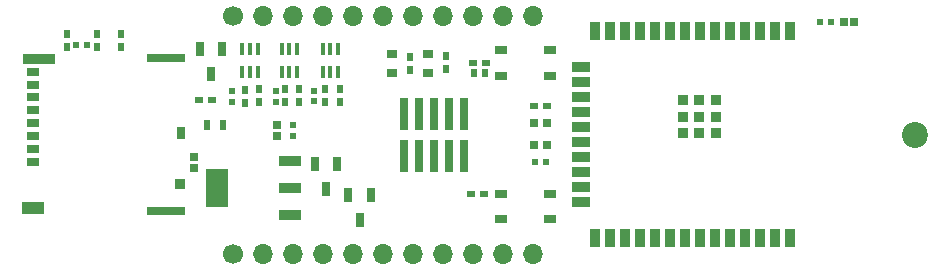
<source format=gbr>
%TF.GenerationSoftware,KiCad,Pcbnew,(6.0.8)*%
%TF.CreationDate,2023-01-02T13:08:22-05:00*%
%TF.ProjectId,WiFi-Devboard-Pro,57694669-2d44-4657-9662-6f6172642d50,rev?*%
%TF.SameCoordinates,Original*%
%TF.FileFunction,Soldermask,Top*%
%TF.FilePolarity,Negative*%
%FSLAX46Y46*%
G04 Gerber Fmt 4.6, Leading zero omitted, Abs format (unit mm)*
G04 Created by KiCad (PCBNEW (6.0.8)) date 2023-01-02 13:08:22*
%MOMM*%
%LPD*%
G01*
G04 APERTURE LIST*
%ADD10R,0.600000X0.750000*%
%ADD11R,0.750000X0.600000*%
%ADD12R,0.600000X0.620000*%
%ADD13R,0.650000X1.200000*%
%ADD14C,1.700000*%
%ADD15O,1.700000X1.700000*%
%ADD16R,0.620000X0.600000*%
%ADD17R,0.690000X0.720000*%
%ADD18R,1.100000X0.700000*%
%ADD19R,0.930000X0.900000*%
%ADD20R,0.780000X1.050000*%
%ADD21R,3.330000X0.700000*%
%ADD22R,2.800000X0.860000*%
%ADD23R,1.830000X1.140000*%
%ADD24R,0.700000X0.700000*%
%ADD25R,0.720000X0.690000*%
%ADD26R,0.900000X1.500000*%
%ADD27R,1.500000X0.900000*%
%ADD28R,0.900000X0.900000*%
%ADD29R,0.500000X0.900000*%
%ADD30R,0.650000X2.770000*%
%ADD31R,0.950000X0.800000*%
%ADD32R,1.050000X0.650000*%
%ADD33R,1.850000X0.900000*%
%ADD34R,1.850000X3.200000*%
%ADD35C,2.200000*%
%ADD36R,0.400000X1.000000*%
%ADD37R,0.620000X0.640000*%
G04 APERTURE END LIST*
D10*
%TO.C,R10*%
X134960000Y-97140000D03*
X134960000Y-96040000D03*
%TD*%
D11*
%TO.C,R15*%
X126500000Y-96950000D03*
X127600000Y-96950000D03*
%TD*%
%TO.C,R6*%
X150660000Y-104890000D03*
X149560000Y-104890000D03*
%TD*%
D12*
%TO.C,C7*%
X117000000Y-92270000D03*
X116080000Y-92270000D03*
%TD*%
D10*
%TO.C,R5*%
X115300000Y-91350000D03*
X115300000Y-92450000D03*
%TD*%
D13*
%TO.C,IC2*%
X128460000Y-92600000D03*
X126540000Y-92600000D03*
X127500000Y-94700000D03*
%TD*%
%TO.C,IC4*%
X138210000Y-102375000D03*
X136290000Y-102375000D03*
X137250000Y-104475000D03*
%TD*%
D14*
%TO.C,J4*%
X129370000Y-109940000D03*
D15*
X131910000Y-109940000D03*
X134450000Y-109940000D03*
X136990000Y-109940000D03*
X139530000Y-109940000D03*
X142070000Y-109940000D03*
X144610000Y-109940000D03*
X147150000Y-109940000D03*
X149690000Y-109940000D03*
X152230000Y-109940000D03*
X154770000Y-109940000D03*
%TD*%
D16*
%TO.C,C11*%
X136225000Y-97060000D03*
X136225000Y-96140000D03*
%TD*%
D17*
%TO.C,C2*%
X181985000Y-90350000D03*
X181065000Y-90350000D03*
%TD*%
D18*
%TO.C,J6*%
X112460000Y-102230000D03*
X112460000Y-101130000D03*
X112460000Y-100030000D03*
X112460000Y-98930000D03*
X112460000Y-97830000D03*
X112460000Y-96730000D03*
X112460000Y-95630000D03*
X112460000Y-94530000D03*
D19*
X124925000Y-104020000D03*
D20*
X125000000Y-99755000D03*
D21*
X123725000Y-93370000D03*
D22*
X112960000Y-93450000D03*
D23*
X112475000Y-106110000D03*
D21*
X123725000Y-106330000D03*
%TD*%
D24*
%TO.C,LED1*%
X155950000Y-98885000D03*
X154850000Y-98885000D03*
X154850000Y-100715000D03*
X155950000Y-100715000D03*
%TD*%
D10*
%TO.C,R4*%
X117820000Y-91350000D03*
X117820000Y-92450000D03*
%TD*%
D25*
%TO.C,C6*%
X133100000Y-99040000D03*
X133100000Y-99960000D03*
%TD*%
D26*
%TO.C,IC1*%
X176560000Y-91100000D03*
X175290000Y-91100000D03*
X174020000Y-91100000D03*
X172750000Y-91100000D03*
X171480000Y-91100000D03*
X170210000Y-91100000D03*
X168940000Y-91100000D03*
X167670000Y-91100000D03*
X166400000Y-91100000D03*
X165130000Y-91100000D03*
X163860000Y-91100000D03*
X162590000Y-91100000D03*
X161320000Y-91100000D03*
X160050000Y-91100000D03*
D27*
X158800000Y-94135000D03*
X158800000Y-95405000D03*
X158800000Y-96675000D03*
X158800000Y-97945000D03*
X158800000Y-99215000D03*
X158800000Y-100485000D03*
X158800000Y-101755000D03*
X158800000Y-103025000D03*
X158800000Y-104295000D03*
X158800000Y-105565000D03*
D26*
X160050000Y-108600000D03*
X161320000Y-108600000D03*
X162590000Y-108600000D03*
X163860000Y-108600000D03*
X165130000Y-108600000D03*
X166400000Y-108600000D03*
X167670000Y-108600000D03*
X168940000Y-108600000D03*
X170210000Y-108600000D03*
X171480000Y-108600000D03*
X172750000Y-108600000D03*
X174020000Y-108600000D03*
X175290000Y-108600000D03*
X176560000Y-108600000D03*
D28*
X170240000Y-96950000D03*
X168840000Y-96950000D03*
X167440000Y-96950000D03*
X167440000Y-98350000D03*
X167440000Y-99750000D03*
X168840000Y-99750000D03*
X170240000Y-99750000D03*
X170240000Y-98350000D03*
X168840000Y-98350000D03*
%TD*%
D29*
%TO.C,LED4*%
X127200000Y-99100000D03*
X128500000Y-99100000D03*
%TD*%
D11*
%TO.C,R2*%
X155950000Y-97430000D03*
X154850000Y-97430000D03*
%TD*%
D30*
%TO.C,J1*%
X143860000Y-101665000D03*
X143860000Y-98135000D03*
X145130000Y-101665000D03*
X145130000Y-98135000D03*
X146400000Y-101665000D03*
X146400000Y-98135000D03*
X147670000Y-101665000D03*
X147670000Y-98135000D03*
X148940000Y-101665000D03*
X148940000Y-98135000D03*
%TD*%
D25*
%TO.C,C5*%
X126100000Y-101790000D03*
X126100000Y-102710000D03*
%TD*%
D13*
%TO.C,IC5*%
X141060000Y-105000000D03*
X139140000Y-105000000D03*
X140100000Y-107100000D03*
%TD*%
D31*
%TO.C,LED2*%
X142800000Y-93050000D03*
X142800000Y-94650000D03*
%TD*%
D32*
%TO.C,S2*%
X152075000Y-104875000D03*
X156225000Y-104875000D03*
X152075000Y-107025000D03*
X156225000Y-107025000D03*
%TD*%
D12*
%TO.C,C4*%
X154930000Y-102150000D03*
X155850000Y-102150000D03*
%TD*%
D33*
%TO.C,IC3*%
X134200000Y-106700000D03*
X134200000Y-104400000D03*
X134200000Y-102100000D03*
D34*
X128000000Y-104400000D03*
%TD*%
D12*
%TO.C,C3*%
X179065000Y-90300000D03*
X179985000Y-90300000D03*
%TD*%
D35*
%TO.C,*%
X187100000Y-99900000D03*
%TD*%
D16*
%TO.C,C8*%
X129290000Y-97080000D03*
X129290000Y-96160000D03*
%TD*%
D36*
%TO.C,U3*%
X138250000Y-92600000D03*
X137600000Y-92600000D03*
X136950000Y-92600000D03*
X136950000Y-94600000D03*
X137600000Y-94600000D03*
X138250000Y-94600000D03*
%TD*%
D32*
%TO.C,S1*%
X152075000Y-92725000D03*
X156225000Y-92725000D03*
X152075000Y-94875000D03*
X156225000Y-94875000D03*
%TD*%
D11*
%TO.C,R1*%
X149700000Y-93800000D03*
X150800000Y-93800000D03*
%TD*%
D16*
%TO.C,C9*%
X134420000Y-99050000D03*
X134420000Y-99970000D03*
%TD*%
D10*
%TO.C,R8*%
X131610000Y-97150000D03*
X131610000Y-96050000D03*
%TD*%
D14*
%TO.C,J5*%
X129370000Y-89840000D03*
D15*
X131910000Y-89840000D03*
X134450000Y-89840000D03*
X136990000Y-89840000D03*
X139530000Y-89840000D03*
X142070000Y-89840000D03*
X144610000Y-89840000D03*
X147150000Y-89840000D03*
X149690000Y-89840000D03*
X152230000Y-89840000D03*
X154770000Y-89840000D03*
%TD*%
D10*
%TO.C,R12*%
X138400000Y-97150000D03*
X138400000Y-96050000D03*
%TD*%
D37*
%TO.C,C1*%
X150690000Y-94690000D03*
X149770000Y-94690000D03*
%TD*%
D10*
%TO.C,R11*%
X137200000Y-97150000D03*
X137200000Y-96050000D03*
%TD*%
D16*
%TO.C,C10*%
X133000000Y-97085000D03*
X133000000Y-96165000D03*
%TD*%
D10*
%TO.C,R13*%
X144350000Y-93300000D03*
X144350000Y-94400000D03*
%TD*%
%TO.C,R14*%
X147400000Y-93250000D03*
X147400000Y-94350000D03*
%TD*%
D36*
%TO.C,U2*%
X134800000Y-92600000D03*
X134150000Y-92600000D03*
X133500000Y-92600000D03*
X133500000Y-94600000D03*
X134150000Y-94600000D03*
X134800000Y-94600000D03*
%TD*%
D10*
%TO.C,R9*%
X133790000Y-97140000D03*
X133790000Y-96040000D03*
%TD*%
D36*
%TO.C,U1*%
X131450000Y-92610000D03*
X130800000Y-92610000D03*
X130150000Y-92610000D03*
X130150000Y-94610000D03*
X130800000Y-94610000D03*
X131450000Y-94610000D03*
%TD*%
D10*
%TO.C,R3*%
X119900000Y-91360000D03*
X119900000Y-92460000D03*
%TD*%
%TO.C,R7*%
X130410000Y-97160000D03*
X130410000Y-96060000D03*
%TD*%
D31*
%TO.C,LED3*%
X145900000Y-93050000D03*
X145900000Y-94650000D03*
%TD*%
M02*

</source>
